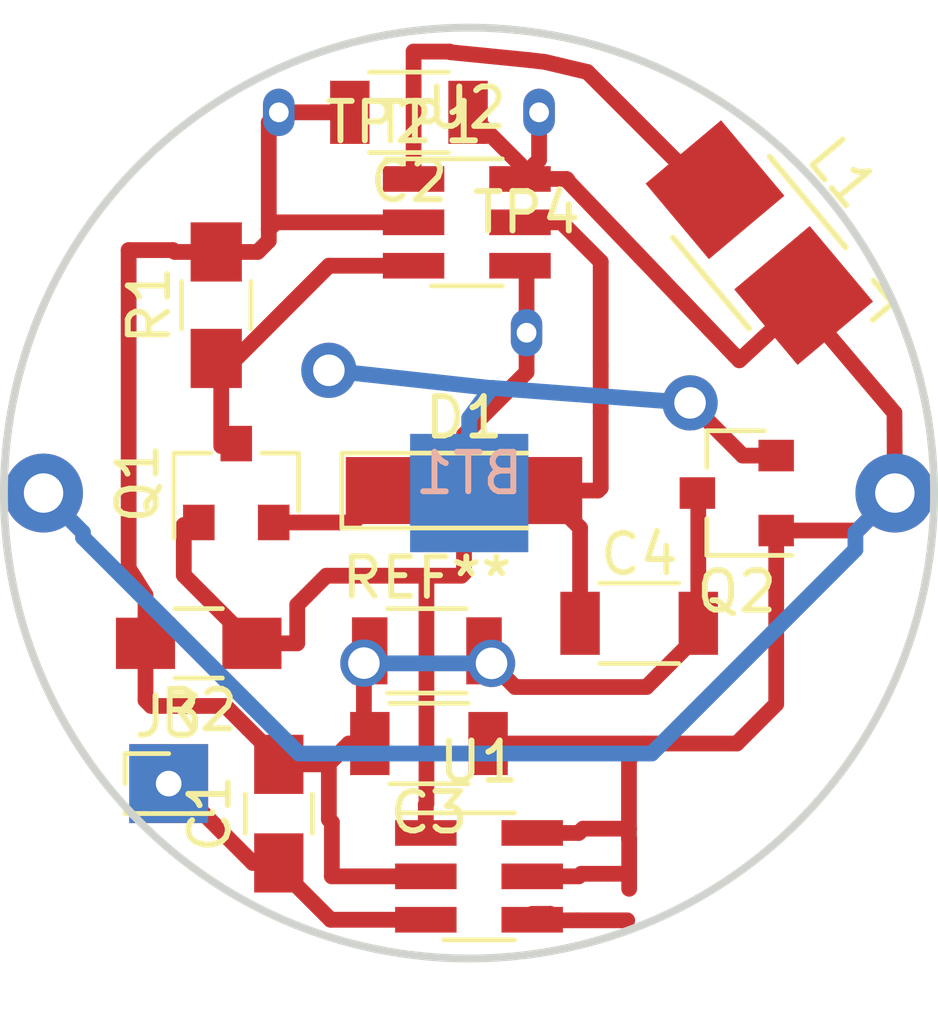
<source format=kicad_pcb>
(kicad_pcb (version 20171130) (host pcbnew "(5.0.0-rc2-39-ga12b9db58)")

  (general
    (thickness 1.6)
    (drawings 1)
    (tracks 139)
    (zones 0)
    (modules 18)
    (nets 11)
  )

  (page A4)
  (layers
    (0 F.Cu signal)
    (31 B.Cu signal)
    (32 B.Adhes user)
    (33 F.Adhes user)
    (34 B.Paste user)
    (35 F.Paste user)
    (36 B.SilkS user)
    (37 F.SilkS user)
    (38 B.Mask user)
    (39 F.Mask user)
    (40 Dwgs.User user)
    (41 Cmts.User user)
    (42 Eco1.User user)
    (43 Eco2.User user)
    (44 Edge.Cuts user)
    (45 Margin user)
    (46 B.CrtYd user)
    (47 F.CrtYd user)
    (48 B.Fab user)
    (49 F.Fab user)
  )

  (setup
    (last_trace_width 0.4)
    (trace_clearance 0.4)
    (zone_clearance 0.508)
    (zone_45_only no)
    (trace_min 0.4)
    (segment_width 0.2)
    (edge_width 0.2)
    (via_size 1.2)
    (via_drill 0.8)
    (via_min_size 0.4)
    (via_min_drill 0.3)
    (uvia_size 0.3)
    (uvia_drill 0.1)
    (uvias_allowed no)
    (uvia_min_size 0.2)
    (uvia_min_drill 0.1)
    (pcb_text_width 0.3)
    (pcb_text_size 1.5 1.5)
    (mod_edge_width 0.15)
    (mod_text_size 1 1)
    (mod_text_width 0.15)
    (pad_size 3 3)
    (pad_drill 0)
    (pad_to_mask_clearance 0.2)
    (aux_axis_origin 0 0)
    (visible_elements FFFFFF7F)
    (pcbplotparams
      (layerselection 0x01000_7fffffff)
      (usegerberextensions false)
      (usegerberattributes false)
      (usegerberadvancedattributes false)
      (creategerberjobfile false)
      (excludeedgelayer true)
      (linewidth 0.100000)
      (plotframeref false)
      (viasonmask false)
      (mode 1)
      (useauxorigin false)
      (hpglpennumber 1)
      (hpglpenspeed 20)
      (hpglpendiameter 15.000000)
      (psnegative false)
      (psa4output false)
      (plotreference true)
      (plotvalue true)
      (plotinvisibletext false)
      (padsonsilk false)
      (subtractmaskfromsilk false)
      (outputformat 5)
      (mirror false)
      (drillshape 1)
      (scaleselection 1)
      (outputdirectory ./out))
  )

  (net 0 "")
  (net 1 GND)
  (net 2 "Net-(U1-Pad4)")
  (net 3 VDD)
  (net 4 /sensor)
  (net 5 /LED+)
  (net 6 /LED-)
  (net 7 touchon)
  (net 8 "Net-(L1-Pad2)")
  (net 9 "Net-(Q1-Pad3)")
  (net 10 "Net-(BT1-Pad2)")

  (net_class Default "This is the default net class."
    (clearance 0.4)
    (trace_width 0.4)
    (via_dia 1.2)
    (via_drill 0.8)
    (uvia_dia 0.3)
    (uvia_drill 0.1)
    (diff_pair_gap 0.25)
    (diff_pair_width 0.5)
    (add_net /LED+)
    (add_net /LED-)
    (add_net /sensor)
    (add_net GND)
    (add_net "Net-(BT1-Pad2)")
    (add_net "Net-(L1-Pad2)")
    (add_net "Net-(Q1-Pad3)")
    (add_net "Net-(U1-Pad4)")
    (add_net VDD)
    (add_net touchon)
  )

  (module TO_SOT_Packages_SMD:SOT-23 (layer F.Cu) (tedit 58CE4E7E) (tstamp 5B5FC50E)
    (at -5.9055 -0.254 90)
    (descr "SOT-23, Standard")
    (tags SOT-23)
    (path /5B5F9569)
    (attr smd)
    (fp_text reference Q1 (at 0 -2.5 90) (layer F.SilkS)
      (effects (font (size 1 1) (thickness 0.15)))
    )
    (fp_text value Q_NMOS_GSD (at 0 2.5 90) (layer F.Fab)
      (effects (font (size 1 1) (thickness 0.15)))
    )
    (fp_text user %R (at 0 0 180) (layer F.Fab)
      (effects (font (size 0.5 0.5) (thickness 0.075)))
    )
    (fp_line (start -0.7 -0.95) (end -0.7 1.5) (layer F.Fab) (width 0.1))
    (fp_line (start -0.15 -1.52) (end 0.7 -1.52) (layer F.Fab) (width 0.1))
    (fp_line (start -0.7 -0.95) (end -0.15 -1.52) (layer F.Fab) (width 0.1))
    (fp_line (start 0.7 -1.52) (end 0.7 1.52) (layer F.Fab) (width 0.1))
    (fp_line (start -0.7 1.52) (end 0.7 1.52) (layer F.Fab) (width 0.1))
    (fp_line (start 0.76 1.58) (end 0.76 0.65) (layer F.SilkS) (width 0.12))
    (fp_line (start 0.76 -1.58) (end 0.76 -0.65) (layer F.SilkS) (width 0.12))
    (fp_line (start -1.7 -1.75) (end 1.7 -1.75) (layer F.CrtYd) (width 0.05))
    (fp_line (start 1.7 -1.75) (end 1.7 1.75) (layer F.CrtYd) (width 0.05))
    (fp_line (start 1.7 1.75) (end -1.7 1.75) (layer F.CrtYd) (width 0.05))
    (fp_line (start -1.7 1.75) (end -1.7 -1.75) (layer F.CrtYd) (width 0.05))
    (fp_line (start 0.76 -1.58) (end -1.4 -1.58) (layer F.SilkS) (width 0.12))
    (fp_line (start 0.76 1.58) (end -0.7 1.58) (layer F.SilkS) (width 0.12))
    (pad 1 smd rect (at -1 -0.95 90) (size 0.9 0.8) (layers F.Cu F.Paste F.Mask)
      (net 7 touchon))
    (pad 2 smd rect (at -1 0.95 90) (size 0.9 0.8) (layers F.Cu F.Paste F.Mask)
      (net 6 /LED-))
    (pad 3 smd rect (at 1 0 90) (size 0.9 0.8) (layers F.Cu F.Paste F.Mask)
      (net 9 "Net-(Q1-Pad3)"))
    (model ${KISYS3DMOD}/TO_SOT_Packages_SMD.3dshapes/SOT-23.wrl
      (at (xyz 0 0 0))
      (scale (xyz 1 1 1))
      (rotate (xyz 0 0 0))
    )
  )

  (module touchled:BK-913 (layer B.Cu) (tedit 5B3E9133) (tstamp 5B5782A1)
    (at 0.005 0)
    (path /5B13A4CA)
    (fp_text reference BT1 (at 0 -0.5) (layer B.SilkS)
      (effects (font (size 1 1) (thickness 0.15)) (justify mirror))
    )
    (fp_text value CR2032 (at 0 0.5) (layer B.Fab)
      (effects (font (size 1 1) (thickness 0.15)) (justify mirror))
    )
    (fp_circle (center 0 0) (end 10 0) (layer B.CrtYd) (width 0.15))
    (fp_line (start -10.8 0.2) (end 10.7 0.2) (layer B.Fab) (width 0.15))
    (fp_line (start 10.7 1.2) (end 10.7 -0.8) (layer B.Fab) (width 0.15))
    (fp_line (start 10.6 -0.2) (end -10.9 -0.2) (layer B.Fab) (width 0.15))
    (fp_line (start -10.8 -0.7) (end -10.8 0.6) (layer B.Fab) (width 0.15))
    (pad 1 thru_hole circle (at 10.8 0) (size 2 2) (drill 1) (layers *.Cu *.Mask)
      (net 3 VDD))
    (pad 1 thru_hole circle (at -10.8 0) (size 2 2) (drill 1) (layers *.Cu *.Mask)
      (net 3 VDD))
    (pad 2 smd rect (at 0 0) (size 3 3) (layers B.Cu B.Paste B.Mask)
      (net 10 "Net-(BT1-Pad2)"))
    (model /home/jon/Downloads/BK-913.STEP
      (at (xyz 0 0 0))
      (scale (xyz 1 1 1))
      (rotate (xyz -90 0 0))
    )
  )

  (module touchuc:progpin (layer F.Cu) (tedit 5B214318) (tstamp 5B70AD9D)
    (at 1.778 -9.652 180)
    (descr "module 1 pin (ou trou mecanique de percage)")
    (tags DEV)
    (path /5B3FE27F)
    (fp_text reference TP1 (at 2.794 -0.254 180) (layer F.SilkS)
      (effects (font (size 1 1) (thickness 0.15)))
    )
    (fp_text value VDD (at -2.54 -0.0635 180) (layer F.Fab)
      (effects (font (size 1 1) (thickness 0.15)))
    )
    (fp_circle (center 0 0) (end 0.6 0.1) (layer F.CrtYd) (width 0.05))
    (fp_circle (center 0 0) (end 0.6 0.1) (layer F.Fab) (width 0.1))
    (pad 1 thru_hole oval (at 0 0 180) (size 0.8 1.2) (drill 0.5) (layers *.Cu *.Mask)
      (net 3 VDD))
  )

  (module touchuc:progpin (layer F.Cu) (tedit 5B214318) (tstamp 5B684898)
    (at -4.826 -9.652 180)
    (descr "module 1 pin (ou trou mecanique de percage)")
    (tags DEV)
    (path /5B400D69)
    (fp_text reference TP2 (at -2.54 -0.254 180) (layer F.SilkS)
      (effects (font (size 1 1) (thickness 0.15)))
    )
    (fp_text value GND (at 1.905 -1.397 180) (layer F.Fab)
      (effects (font (size 1 1) (thickness 0.15)))
    )
    (fp_circle (center 0 0) (end 0.6 0.1) (layer F.Fab) (width 0.1))
    (fp_circle (center 0 0) (end 0.6 0.1) (layer F.CrtYd) (width 0.05))
    (pad 1 thru_hole oval (at 0 0 180) (size 0.8 1.2) (drill 0.5) (layers *.Cu *.Mask)
      (net 1 GND))
  )

  (module Pin_Headers:Pin_Header_Straight_1x01_Pitch1.27mm (layer F.Cu) (tedit 5B1D2671) (tstamp 5B5788F3)
    (at -7.62 7.366)
    (descr "Through hole straight pin header, 1x01, 1.27mm pitch, single row")
    (tags "Through hole pin header THT 1x01 1.27mm single row")
    (path /5B12E8EB)
    (fp_text reference J3 (at 0 -1.695) (layer F.SilkS)
      (effects (font (size 1 1) (thickness 0.15)))
    )
    (fp_text value SENSE (at 0 1.695) (layer F.Fab)
      (effects (font (size 1 1) (thickness 0.15)))
    )
    (fp_text user %R (at 0 0 90) (layer F.Fab)
      (effects (font (size 1 1) (thickness 0.15)))
    )
    (fp_line (start 1.55 -1.15) (end -1.55 -1.15) (layer F.CrtYd) (width 0.05))
    (fp_line (start 1.55 1.15) (end 1.55 -1.15) (layer F.CrtYd) (width 0.05))
    (fp_line (start -1.55 1.15) (end 1.55 1.15) (layer F.CrtYd) (width 0.05))
    (fp_line (start -1.55 -1.15) (end -1.55 1.15) (layer F.CrtYd) (width 0.05))
    (fp_line (start -1.11 -0.76) (end 0 -0.76) (layer F.SilkS) (width 0.12))
    (fp_line (start -1.11 0) (end -1.11 -0.76) (layer F.SilkS) (width 0.12))
    (fp_line (start 0.563471 0.76) (end 1.11 0.76) (layer F.SilkS) (width 0.12))
    (fp_line (start -1.11 0.76) (end -0.563471 0.76) (layer F.SilkS) (width 0.12))
    (fp_line (start 1.11 0.76) (end 1.11 0.695) (layer F.SilkS) (width 0.12))
    (fp_line (start -1.11 0.76) (end -1.11 0.695) (layer F.SilkS) (width 0.12))
    (fp_line (start -1.11 0.76) (end 1.11 0.76) (layer F.SilkS) (width 0.12))
    (fp_line (start -1.05 -0.11) (end -0.525 -0.635) (layer F.Fab) (width 0.1))
    (fp_line (start -1.05 0.635) (end -1.05 -0.11) (layer F.Fab) (width 0.1))
    (fp_line (start 1.05 0.635) (end -1.05 0.635) (layer F.Fab) (width 0.1))
    (fp_line (start 1.05 -0.635) (end 1.05 0.635) (layer F.Fab) (width 0.1))
    (fp_line (start -0.525 -0.635) (end 1.05 -0.635) (layer F.Fab) (width 0.1))
    (pad 1 thru_hole rect (at 0 0) (size 2 2) (drill 0.65) (layers *.Cu *.Mask)
      (net 4 /sensor))
    (model ${KISYS3DMOD}/Pin_Headers.3dshapes/Pin_Header_Straight_1x01_Pitch1.27mm.wrl
      (at (xyz 0 0 0))
      (scale (xyz 1 1 1))
      (rotate (xyz 0 0 0))
    )
  )

  (module Capacitors_SMD:C_0805_HandSoldering (layer F.Cu) (tedit 58AA84A8) (tstamp 5B57886A)
    (at -4.826 8.128 90)
    (descr "Capacitor SMD 0805, hand soldering")
    (tags "capacitor 0805")
    (path /5B1039DE)
    (attr smd)
    (fp_text reference C1 (at 0 -1.75 90) (layer F.SilkS)
      (effects (font (size 1 1) (thickness 0.15)))
    )
    (fp_text value 47pF (at 0 1.75 90) (layer F.Fab)
      (effects (font (size 1 1) (thickness 0.15)))
    )
    (fp_line (start 2.25 0.87) (end -2.25 0.87) (layer F.CrtYd) (width 0.05))
    (fp_line (start 2.25 0.87) (end 2.25 -0.88) (layer F.CrtYd) (width 0.05))
    (fp_line (start -2.25 -0.88) (end -2.25 0.87) (layer F.CrtYd) (width 0.05))
    (fp_line (start -2.25 -0.88) (end 2.25 -0.88) (layer F.CrtYd) (width 0.05))
    (fp_line (start -0.5 0.85) (end 0.5 0.85) (layer F.SilkS) (width 0.12))
    (fp_line (start 0.5 -0.85) (end -0.5 -0.85) (layer F.SilkS) (width 0.12))
    (fp_line (start -1 -0.62) (end 1 -0.62) (layer F.Fab) (width 0.1))
    (fp_line (start 1 -0.62) (end 1 0.62) (layer F.Fab) (width 0.1))
    (fp_line (start 1 0.62) (end -1 0.62) (layer F.Fab) (width 0.1))
    (fp_line (start -1 0.62) (end -1 -0.62) (layer F.Fab) (width 0.1))
    (fp_text user %R (at 0 -1.75 90) (layer F.Fab)
      (effects (font (size 1 1) (thickness 0.15)))
    )
    (pad 2 smd rect (at 1.25 0 90) (size 1.5 1.25) (layers F.Cu F.Paste F.Mask)
      (net 1 GND))
    (pad 1 smd rect (at -1.25 0 90) (size 1.5 1.25) (layers F.Cu F.Paste F.Mask)
      (net 4 /sensor))
    (model Capacitors_SMD.3dshapes/C_0805.wrl
      (at (xyz 0 0 0))
      (scale (xyz 1 1 1))
      (rotate (xyz 0 0 0))
    )
  )

  (module Resistors_SMD:R_0805_HandSoldering (layer F.Cu) (tedit 58E0A804) (tstamp 5B6848F9)
    (at -6.4135 -4.7625 90)
    (descr "Resistor SMD 0805, hand soldering")
    (tags "resistor 0805")
    (path /5B3E3C95)
    (attr smd)
    (fp_text reference R1 (at 0 -1.7 90) (layer F.SilkS)
      (effects (font (size 1 1) (thickness 0.15)))
    )
    (fp_text value 12R (at 0 1.75 90) (layer F.Fab)
      (effects (font (size 1 1) (thickness 0.15)))
    )
    (fp_text user %R (at 0 0 90) (layer F.Fab)
      (effects (font (size 0.5 0.5) (thickness 0.075)))
    )
    (fp_line (start -1 0.62) (end -1 -0.62) (layer F.Fab) (width 0.1))
    (fp_line (start 1 0.62) (end -1 0.62) (layer F.Fab) (width 0.1))
    (fp_line (start 1 -0.62) (end 1 0.62) (layer F.Fab) (width 0.1))
    (fp_line (start -1 -0.62) (end 1 -0.62) (layer F.Fab) (width 0.1))
    (fp_line (start 0.6 0.88) (end -0.6 0.88) (layer F.SilkS) (width 0.12))
    (fp_line (start -0.6 -0.88) (end 0.6 -0.88) (layer F.SilkS) (width 0.12))
    (fp_line (start -2.35 -0.9) (end 2.35 -0.9) (layer F.CrtYd) (width 0.05))
    (fp_line (start -2.35 -0.9) (end -2.35 0.9) (layer F.CrtYd) (width 0.05))
    (fp_line (start 2.35 0.9) (end 2.35 -0.9) (layer F.CrtYd) (width 0.05))
    (fp_line (start 2.35 0.9) (end -2.35 0.9) (layer F.CrtYd) (width 0.05))
    (pad 1 smd rect (at -1.35 0 90) (size 1.5 1.3) (layers F.Cu F.Paste F.Mask)
      (net 9 "Net-(Q1-Pad3)"))
    (pad 2 smd rect (at 1.35 0 90) (size 1.5 1.3) (layers F.Cu F.Paste F.Mask)
      (net 1 GND))
    (model ${KISYS3DMOD}/Resistors_SMD.3dshapes/R_0805.wrl
      (at (xyz 0 0 0))
      (scale (xyz 1 1 1))
      (rotate (xyz 0 0 0))
    )
  )

  (module touchled:SOT-223-6-extraspace (layer F.Cu) (tedit 5B13DB9C) (tstamp 5B5FC7F7)
    (at 0.254 9.718)
    (descr "6-pin SOT-23 package, Handsoldering")
    (tags "SOT-23-6 Handsoldering")
    (path /5B1035E1)
    (attr smd)
    (fp_text reference U1 (at 0 -2.9) (layer F.SilkS)
      (effects (font (size 1 1) (thickness 0.15)))
    )
    (fp_text value TPP223-BA6 (at 0 2.9) (layer F.Fab)
      (effects (font (size 1 1) (thickness 0.15)))
    )
    (fp_line (start 0.9 -1.55) (end 0.9 1.55) (layer F.Fab) (width 0.1))
    (fp_line (start 0.9 1.55) (end -0.9 1.55) (layer F.Fab) (width 0.1))
    (fp_line (start -0.9 -0.9) (end -0.9 1.55) (layer F.Fab) (width 0.1))
    (fp_line (start 0.9 -1.55) (end -0.25 -1.55) (layer F.Fab) (width 0.1))
    (fp_line (start -0.9 -0.9) (end -0.25 -1.55) (layer F.Fab) (width 0.1))
    (fp_line (start -2.4 -1.8) (end 2.4 -1.8) (layer F.CrtYd) (width 0.05))
    (fp_line (start 2.4 -1.8) (end 2.4 1.8) (layer F.CrtYd) (width 0.05))
    (fp_line (start 2.4 1.8) (end -2.4 1.8) (layer F.CrtYd) (width 0.05))
    (fp_line (start -2.4 1.8) (end -2.4 -1.8) (layer F.CrtYd) (width 0.05))
    (fp_line (start 0.9 -1.61) (end -2.05 -1.61) (layer F.SilkS) (width 0.12))
    (fp_line (start -0.9 1.61) (end 0.9 1.61) (layer F.SilkS) (width 0.12))
    (fp_text user %R (at 0 0 90) (layer F.Fab)
      (effects (font (size 0.5 0.5) (thickness 0.075)))
    )
    (pad 5 smd rect (at 1.35 0) (size 1.56 0.65) (layers F.Cu F.Paste F.Mask)
      (net 3 VDD))
    (pad 6 smd rect (at 1.35 -1.1) (size 1.56 0.65) (layers F.Cu F.Paste F.Mask)
      (net 3 VDD))
    (pad 4 smd rect (at 1.35 1.1) (size 1.56 0.65) (layers F.Cu F.Paste F.Mask)
      (net 2 "Net-(U1-Pad4)"))
    (pad 3 smd rect (at -1.35 1.1) (size 1.56 0.65) (layers F.Cu F.Paste F.Mask)
      (net 4 /sensor))
    (pad 2 smd rect (at -1.35 0) (size 1.56 0.65) (layers F.Cu F.Paste F.Mask)
      (net 1 GND))
    (pad 1 smd rect (at -1.35 -1.1) (size 1.56 0.65) (layers F.Cu F.Paste F.Mask)
      (net 7 touchon))
    (model ${KISYS3DMOD}/TO_SOT_Packages_SMD.3dshapes/SOT-23-6.wrl
      (at (xyz 0 0 0))
      (scale (xyz 1 1 1))
      (rotate (xyz 0 0 0))
    )
  )

  (module touchled:SOT-223-6-extraspace (layer F.Cu) (tedit 5B13DB9C) (tstamp 5B70ADBE)
    (at -0.056184 -6.863181)
    (descr "6-pin SOT-23 package, Handsoldering")
    (tags "SOT-23-6 Handsoldering")
    (path /5B3E3AAA)
    (attr smd)
    (fp_text reference U2 (at 0 -2.9) (layer F.SilkS)
      (effects (font (size 1 1) (thickness 0.15)))
    )
    (fp_text value AP3019A (at 0.945184 2.799181) (layer F.Fab)
      (effects (font (size 1 1) (thickness 0.15)))
    )
    (fp_text user %R (at 0 0 90) (layer F.Fab)
      (effects (font (size 0.5 0.5) (thickness 0.075)))
    )
    (fp_line (start -0.9 1.61) (end 0.9 1.61) (layer F.SilkS) (width 0.12))
    (fp_line (start 0.9 -1.61) (end -2.05 -1.61) (layer F.SilkS) (width 0.12))
    (fp_line (start -2.4 1.8) (end -2.4 -1.8) (layer F.CrtYd) (width 0.05))
    (fp_line (start 2.4 1.8) (end -2.4 1.8) (layer F.CrtYd) (width 0.05))
    (fp_line (start 2.4 -1.8) (end 2.4 1.8) (layer F.CrtYd) (width 0.05))
    (fp_line (start -2.4 -1.8) (end 2.4 -1.8) (layer F.CrtYd) (width 0.05))
    (fp_line (start -0.9 -0.9) (end -0.25 -1.55) (layer F.Fab) (width 0.1))
    (fp_line (start 0.9 -1.55) (end -0.25 -1.55) (layer F.Fab) (width 0.1))
    (fp_line (start -0.9 -0.9) (end -0.9 1.55) (layer F.Fab) (width 0.1))
    (fp_line (start 0.9 1.55) (end -0.9 1.55) (layer F.Fab) (width 0.1))
    (fp_line (start 0.9 -1.55) (end 0.9 1.55) (layer F.Fab) (width 0.1))
    (pad 1 smd rect (at -1.35 -1.1) (size 1.56 0.65) (layers F.Cu F.Paste F.Mask)
      (net 8 "Net-(L1-Pad2)"))
    (pad 2 smd rect (at -1.35 0) (size 1.56 0.65) (layers F.Cu F.Paste F.Mask)
      (net 1 GND))
    (pad 3 smd rect (at -1.35 1.1) (size 1.56 0.65) (layers F.Cu F.Paste F.Mask)
      (net 9 "Net-(Q1-Pad3)"))
    (pad 4 smd rect (at 1.35 1.1) (size 1.56 0.65) (layers F.Cu F.Paste F.Mask)
      (net 7 touchon))
    (pad 6 smd rect (at 1.35 -1.1) (size 1.56 0.65) (layers F.Cu F.Paste F.Mask)
      (net 3 VDD))
    (pad 5 smd rect (at 1.35 0) (size 1.56 0.65) (layers F.Cu F.Paste F.Mask)
      (net 5 /LED+))
    (model ${KISYS3DMOD}/TO_SOT_Packages_SMD.3dshapes/SOT-23-6.wrl
      (at (xyz 0 0 0))
      (scale (xyz 1 1 1))
      (rotate (xyz 0 0 0))
    )
  )

  (module touchuc:progpin (layer F.Cu) (tedit 5B214318) (tstamp 5B5FC86C)
    (at 1.4605 -4.064)
    (descr "module 1 pin (ou trou mecanique de percage)")
    (tags DEV)
    (path /5B406B15)
    (fp_text reference TP4 (at 0 -3.048) (layer F.SilkS)
      (effects (font (size 1 1) (thickness 0.15)))
    )
    (fp_text value ON (at 1.3335 -0.9525) (layer F.Fab)
      (effects (font (size 1 1) (thickness 0.15)))
    )
    (fp_circle (center 0 0) (end 0.6 0.1) (layer F.CrtYd) (width 0.05))
    (fp_circle (center 0 0) (end 0.6 0.1) (layer F.Fab) (width 0.1))
    (pad 1 thru_hole oval (at 0 0) (size 0.8 1.2) (drill 0.5) (layers *.Cu *.Mask)
      (net 7 touchon))
  )

  (module Capacitors_SMD:C_1206 (layer F.Cu) (tedit 58AA84B8) (tstamp 5B70ACA1)
    (at -1.524 -9.652 180)
    (descr "Capacitor SMD 1206, reflow soldering, AVX (see smccp.pdf)")
    (tags "capacitor 1206")
    (path /5B3E150B)
    (attr smd)
    (fp_text reference C2 (at 0 -1.75 180) (layer F.SilkS)
      (effects (font (size 1 1) (thickness 0.15)))
    )
    (fp_text value 1uF (at 0 2 180) (layer F.Fab)
      (effects (font (size 1 1) (thickness 0.15)))
    )
    (fp_text user %R (at 0 -1.75 180) (layer F.Fab)
      (effects (font (size 1 1) (thickness 0.15)))
    )
    (fp_line (start -1.6 0.8) (end -1.6 -0.8) (layer F.Fab) (width 0.1))
    (fp_line (start 1.6 0.8) (end -1.6 0.8) (layer F.Fab) (width 0.1))
    (fp_line (start 1.6 -0.8) (end 1.6 0.8) (layer F.Fab) (width 0.1))
    (fp_line (start -1.6 -0.8) (end 1.6 -0.8) (layer F.Fab) (width 0.1))
    (fp_line (start 1 -1.02) (end -1 -1.02) (layer F.SilkS) (width 0.12))
    (fp_line (start -1 1.02) (end 1 1.02) (layer F.SilkS) (width 0.12))
    (fp_line (start -2.25 -1.05) (end 2.25 -1.05) (layer F.CrtYd) (width 0.05))
    (fp_line (start -2.25 -1.05) (end -2.25 1.05) (layer F.CrtYd) (width 0.05))
    (fp_line (start 2.25 1.05) (end 2.25 -1.05) (layer F.CrtYd) (width 0.05))
    (fp_line (start 2.25 1.05) (end -2.25 1.05) (layer F.CrtYd) (width 0.05))
    (pad 1 smd rect (at -1.5 0 180) (size 1 1.6) (layers F.Cu F.Paste F.Mask)
      (net 3 VDD))
    (pad 2 smd rect (at 1.5 0 180) (size 1 1.6) (layers F.Cu F.Paste F.Mask)
      (net 1 GND))
    (model Capacitors_SMD.3dshapes/C_1206.wrl
      (at (xyz 0 0 0))
      (scale (xyz 1 1 1))
      (rotate (xyz 0 0 0))
    )
  )

  (module Capacitors_SMD:C_1206 (layer F.Cu) (tedit 58AA84B8) (tstamp 5B70ACB1)
    (at -1.016 6.35 180)
    (descr "Capacitor SMD 1206, reflow soldering, AVX (see smccp.pdf)")
    (tags "capacitor 1206")
    (path /5B3EE104)
    (attr smd)
    (fp_text reference C3 (at 0 -1.75 180) (layer F.SilkS)
      (effects (font (size 1 1) (thickness 0.15)))
    )
    (fp_text value 1uF (at 0 2 180) (layer F.Fab)
      (effects (font (size 1 1) (thickness 0.15)))
    )
    (fp_text user %R (at 0 -1.75 180) (layer F.Fab)
      (effects (font (size 1 1) (thickness 0.15)))
    )
    (fp_line (start -1.6 0.8) (end -1.6 -0.8) (layer F.Fab) (width 0.1))
    (fp_line (start 1.6 0.8) (end -1.6 0.8) (layer F.Fab) (width 0.1))
    (fp_line (start 1.6 -0.8) (end 1.6 0.8) (layer F.Fab) (width 0.1))
    (fp_line (start -1.6 -0.8) (end 1.6 -0.8) (layer F.Fab) (width 0.1))
    (fp_line (start 1 -1.02) (end -1 -1.02) (layer F.SilkS) (width 0.12))
    (fp_line (start -1 1.02) (end 1 1.02) (layer F.SilkS) (width 0.12))
    (fp_line (start -2.25 -1.05) (end 2.25 -1.05) (layer F.CrtYd) (width 0.05))
    (fp_line (start -2.25 -1.05) (end -2.25 1.05) (layer F.CrtYd) (width 0.05))
    (fp_line (start 2.25 1.05) (end 2.25 -1.05) (layer F.CrtYd) (width 0.05))
    (fp_line (start 2.25 1.05) (end -2.25 1.05) (layer F.CrtYd) (width 0.05))
    (pad 1 smd rect (at -1.5 0 180) (size 1 1.6) (layers F.Cu F.Paste F.Mask)
      (net 3 VDD))
    (pad 2 smd rect (at 1.5 0 180) (size 1 1.6) (layers F.Cu F.Paste F.Mask)
      (net 1 GND))
    (model Capacitors_SMD.3dshapes/C_1206.wrl
      (at (xyz 0 0 0))
      (scale (xyz 1 1 1))
      (rotate (xyz 0 0 0))
    )
  )

  (module Capacitors_SMD:C_1206 (layer F.Cu) (tedit 58AA84B8) (tstamp 5B70ACC1)
    (at 4.318 3.302)
    (descr "Capacitor SMD 1206, reflow soldering, AVX (see smccp.pdf)")
    (tags "capacitor 1206")
    (path /5B3E6D65)
    (attr smd)
    (fp_text reference C4 (at 0 -1.75) (layer F.SilkS)
      (effects (font (size 1 1) (thickness 0.15)))
    )
    (fp_text value 1uF (at 0 2) (layer F.Fab)
      (effects (font (size 1 1) (thickness 0.15)))
    )
    (fp_line (start 2.25 1.05) (end -2.25 1.05) (layer F.CrtYd) (width 0.05))
    (fp_line (start 2.25 1.05) (end 2.25 -1.05) (layer F.CrtYd) (width 0.05))
    (fp_line (start -2.25 -1.05) (end -2.25 1.05) (layer F.CrtYd) (width 0.05))
    (fp_line (start -2.25 -1.05) (end 2.25 -1.05) (layer F.CrtYd) (width 0.05))
    (fp_line (start -1 1.02) (end 1 1.02) (layer F.SilkS) (width 0.12))
    (fp_line (start 1 -1.02) (end -1 -1.02) (layer F.SilkS) (width 0.12))
    (fp_line (start -1.6 -0.8) (end 1.6 -0.8) (layer F.Fab) (width 0.1))
    (fp_line (start 1.6 -0.8) (end 1.6 0.8) (layer F.Fab) (width 0.1))
    (fp_line (start 1.6 0.8) (end -1.6 0.8) (layer F.Fab) (width 0.1))
    (fp_line (start -1.6 0.8) (end -1.6 -0.8) (layer F.Fab) (width 0.1))
    (fp_text user %R (at 0 -1.75) (layer F.Fab)
      (effects (font (size 1 1) (thickness 0.15)))
    )
    (pad 2 smd rect (at 1.5 0) (size 1 1.6) (layers F.Cu F.Paste F.Mask)
      (net 1 GND))
    (pad 1 smd rect (at -1.5 0) (size 1 1.6) (layers F.Cu F.Paste F.Mask)
      (net 5 /LED+))
    (model Capacitors_SMD.3dshapes/C_1206.wrl
      (at (xyz 0 0 0))
      (scale (xyz 1 1 1))
      (rotate (xyz 0 0 0))
    )
  )

  (module Resistors_SMD:R_0805_HandSoldering (layer F.Cu) (tedit 58E0A804) (tstamp 5B7952C8)
    (at -6.858 3.81 180)
    (descr "Resistor SMD 0805, hand soldering")
    (tags "resistor 0805")
    (path /5B410C87)
    (attr smd)
    (fp_text reference R2 (at 0 -1.7 180) (layer F.SilkS)
      (effects (font (size 1 1) (thickness 0.15)))
    )
    (fp_text value 100k (at 0 1.75 180) (layer F.Fab)
      (effects (font (size 1 1) (thickness 0.15)))
    )
    (fp_text user %R (at 0 0 180) (layer F.Fab)
      (effects (font (size 0.5 0.5) (thickness 0.075)))
    )
    (fp_line (start -1 0.62) (end -1 -0.62) (layer F.Fab) (width 0.1))
    (fp_line (start 1 0.62) (end -1 0.62) (layer F.Fab) (width 0.1))
    (fp_line (start 1 -0.62) (end 1 0.62) (layer F.Fab) (width 0.1))
    (fp_line (start -1 -0.62) (end 1 -0.62) (layer F.Fab) (width 0.1))
    (fp_line (start 0.6 0.88) (end -0.6 0.88) (layer F.SilkS) (width 0.12))
    (fp_line (start -0.6 -0.88) (end 0.6 -0.88) (layer F.SilkS) (width 0.12))
    (fp_line (start -2.35 -0.9) (end 2.35 -0.9) (layer F.CrtYd) (width 0.05))
    (fp_line (start -2.35 -0.9) (end -2.35 0.9) (layer F.CrtYd) (width 0.05))
    (fp_line (start 2.35 0.9) (end 2.35 -0.9) (layer F.CrtYd) (width 0.05))
    (fp_line (start 2.35 0.9) (end -2.35 0.9) (layer F.CrtYd) (width 0.05))
    (pad 1 smd rect (at -1.35 0 180) (size 1.5 1.3) (layers F.Cu F.Paste F.Mask)
      (net 7 touchon))
    (pad 2 smd rect (at 1.35 0 180) (size 1.5 1.3) (layers F.Cu F.Paste F.Mask)
      (net 1 GND))
    (model ${KISYS3DMOD}/Resistors_SMD.3dshapes/R_0805.wrl
      (at (xyz 0 0 0))
      (scale (xyz 1 1 1))
      (rotate (xyz 0 0 0))
    )
  )

  (module LEDs:LED_1206_HandSoldering (layer F.Cu) (tedit 595FC724) (tstamp 5B5FC22B)
    (at -0.127 -0.0635)
    (descr "LED SMD 1206, hand soldering")
    (tags "LED 1206")
    (path /5B5F6A35)
    (attr smd)
    (fp_text reference D1 (at 0 -1.85) (layer F.SilkS)
      (effects (font (size 1 1) (thickness 0.15)))
    )
    (fp_text value LED (at 0 1.9) (layer F.Fab)
      (effects (font (size 1 1) (thickness 0.15)))
    )
    (fp_line (start -3.1 -0.95) (end -3.1 0.95) (layer F.SilkS) (width 0.12))
    (fp_line (start -0.4 0) (end 0.2 -0.4) (layer F.Fab) (width 0.1))
    (fp_line (start 0.2 -0.4) (end 0.2 0.4) (layer F.Fab) (width 0.1))
    (fp_line (start 0.2 0.4) (end -0.4 0) (layer F.Fab) (width 0.1))
    (fp_line (start -0.45 -0.4) (end -0.45 0.4) (layer F.Fab) (width 0.1))
    (fp_line (start -1.6 0.8) (end -1.6 -0.8) (layer F.Fab) (width 0.1))
    (fp_line (start 1.6 0.8) (end -1.6 0.8) (layer F.Fab) (width 0.1))
    (fp_line (start 1.6 -0.8) (end 1.6 0.8) (layer F.Fab) (width 0.1))
    (fp_line (start -1.6 -0.8) (end 1.6 -0.8) (layer F.Fab) (width 0.1))
    (fp_line (start -3.1 0.95) (end 1.6 0.95) (layer F.SilkS) (width 0.12))
    (fp_line (start -3.1 -0.95) (end 1.6 -0.95) (layer F.SilkS) (width 0.12))
    (fp_line (start -3.25 -1.11) (end 3.25 -1.11) (layer F.CrtYd) (width 0.05))
    (fp_line (start -3.25 -1.11) (end -3.25 1.1) (layer F.CrtYd) (width 0.05))
    (fp_line (start 3.25 1.1) (end 3.25 -1.11) (layer F.CrtYd) (width 0.05))
    (fp_line (start 3.25 1.1) (end -3.25 1.1) (layer F.CrtYd) (width 0.05))
    (pad 1 smd rect (at -2 0) (size 2 1.7) (layers F.Cu F.Paste F.Mask)
      (net 6 /LED-))
    (pad 2 smd rect (at 2 0) (size 2 1.7) (layers F.Cu F.Paste F.Mask)
      (net 5 /LED+))
    (model ${KISYS3DMOD}/LEDs.3dshapes/LED_1206.wrl
      (at (xyz 0 0 0))
      (scale (xyz 1 1 1))
      (rotate (xyz 0 0 180))
    )
  )

  (module Inductors:Inductor_1212 (layer F.Cu) (tedit 5652586A) (tstamp 5B5FCAE7)
    (at 7.366 -6.35 130)
    (path /5B3EF485)
    (attr smd)
    (fp_text reference L1 (at 0 2.75 130) (layer F.SilkS)
      (effects (font (size 1 1) (thickness 0.15)))
    )
    (fp_text value L (at 0 -2.75 130) (layer F.Fab)
      (effects (font (size 1 1) (thickness 0.15)))
    )
    (fp_line (start -3.35 1.6) (end -3.35 0.95) (layer F.SilkS) (width 0.15))
    (fp_line (start -2.6 1.6) (end -3.35 1.6) (layer F.SilkS) (width 0.15))
    (fp_line (start -3.5 2.000001) (end -3.5 -2) (layer F.CrtYd) (width 0.05))
    (fp_line (start 3.5 2) (end -3.5 2.000001) (layer F.CrtYd) (width 0.05))
    (fp_line (start 3.5 -2.000001) (end 3.5 2) (layer F.CrtYd) (width 0.05))
    (fp_line (start -3.5 -2) (end 3.5 -2.000001) (layer F.CrtYd) (width 0.05))
    (fp_line (start 1.5 1.6) (end -1.5 1.600001) (layer F.SilkS) (width 0.15))
    (fp_line (start -1.5 -1.6) (end 1.5 -1.600001) (layer F.SilkS) (width 0.15))
    (pad 1 smd rect (at -1.75 0 130) (size 2.5 2.5) (layers F.Cu F.Paste F.Mask)
      (net 3 VDD))
    (pad 2 smd rect (at 1.75 0 130) (size 2.5 2.5) (layers F.Cu F.Paste F.Mask)
      (net 8 "Net-(L1-Pad2)"))
  )

  (module TO_SOT_Packages_SMD:SOT-23 (layer F.Cu) (tedit 58CE4E7E) (tstamp 5B5FD426)
    (at 6.7945 0 180)
    (descr "SOT-23, Standard")
    (tags SOT-23)
    (path /5B61B755)
    (attr smd)
    (fp_text reference Q2 (at 0 -2.5 180) (layer F.SilkS)
      (effects (font (size 1 1) (thickness 0.15)))
    )
    (fp_text value Q_NMOS_GSD (at 0 2.5 180) (layer F.Fab)
      (effects (font (size 1 1) (thickness 0.15)))
    )
    (fp_text user %R (at 0 0 270) (layer F.Fab)
      (effects (font (size 0.5 0.5) (thickness 0.075)))
    )
    (fp_line (start -0.7 -0.95) (end -0.7 1.5) (layer F.Fab) (width 0.1))
    (fp_line (start -0.15 -1.52) (end 0.7 -1.52) (layer F.Fab) (width 0.1))
    (fp_line (start -0.7 -0.95) (end -0.15 -1.52) (layer F.Fab) (width 0.1))
    (fp_line (start 0.7 -1.52) (end 0.7 1.52) (layer F.Fab) (width 0.1))
    (fp_line (start -0.7 1.52) (end 0.7 1.52) (layer F.Fab) (width 0.1))
    (fp_line (start 0.76 1.58) (end 0.76 0.65) (layer F.SilkS) (width 0.12))
    (fp_line (start 0.76 -1.58) (end 0.76 -0.65) (layer F.SilkS) (width 0.12))
    (fp_line (start -1.7 -1.75) (end 1.7 -1.75) (layer F.CrtYd) (width 0.05))
    (fp_line (start 1.7 -1.75) (end 1.7 1.75) (layer F.CrtYd) (width 0.05))
    (fp_line (start 1.7 1.75) (end -1.7 1.75) (layer F.CrtYd) (width 0.05))
    (fp_line (start -1.7 1.75) (end -1.7 -1.75) (layer F.CrtYd) (width 0.05))
    (fp_line (start 0.76 -1.58) (end -1.4 -1.58) (layer F.SilkS) (width 0.12))
    (fp_line (start 0.76 1.58) (end -0.7 1.58) (layer F.SilkS) (width 0.12))
    (pad 1 smd rect (at -1 -0.95 180) (size 0.9 0.8) (layers F.Cu F.Paste F.Mask)
      (net 3 VDD))
    (pad 2 smd rect (at -1 0.95 180) (size 0.9 0.8) (layers F.Cu F.Paste F.Mask)
      (net 10 "Net-(BT1-Pad2)"))
    (pad 3 smd rect (at 1 0 180) (size 0.9 0.8) (layers F.Cu F.Paste F.Mask)
      (net 1 GND))
    (model ${KISYS3DMOD}/TO_SOT_Packages_SMD.3dshapes/SOT-23.wrl
      (at (xyz 0 0 0))
      (scale (xyz 1 1 1))
      (rotate (xyz 0 0 0))
    )
  )

  (module Resistors_SMD:R_1206 (layer F.Cu) (tedit 58E0A804) (tstamp 5B6021BE)
    (at -1.069 4.0005)
    (descr "Resistor SMD 1206, reflow soldering, Vishay (see dcrcw.pdf)")
    (tags "resistor 1206")
    (attr smd)
    (fp_text reference REF** (at 0 -1.85) (layer F.SilkS)
      (effects (font (size 1 1) (thickness 0.15)))
    )
    (fp_text value R_1206 (at 0 1.95) (layer F.Fab)
      (effects (font (size 1 1) (thickness 0.15)))
    )
    (fp_line (start 2.15 1.1) (end -2.15 1.1) (layer F.CrtYd) (width 0.05))
    (fp_line (start 2.15 1.1) (end 2.15 -1.11) (layer F.CrtYd) (width 0.05))
    (fp_line (start -2.15 -1.11) (end -2.15 1.1) (layer F.CrtYd) (width 0.05))
    (fp_line (start -2.15 -1.11) (end 2.15 -1.11) (layer F.CrtYd) (width 0.05))
    (fp_line (start -1 -1.07) (end 1 -1.07) (layer F.SilkS) (width 0.12))
    (fp_line (start 1 1.07) (end -1 1.07) (layer F.SilkS) (width 0.12))
    (fp_line (start -1.6 -0.8) (end 1.6 -0.8) (layer F.Fab) (width 0.1))
    (fp_line (start 1.6 -0.8) (end 1.6 0.8) (layer F.Fab) (width 0.1))
    (fp_line (start 1.6 0.8) (end -1.6 0.8) (layer F.Fab) (width 0.1))
    (fp_line (start -1.6 0.8) (end -1.6 -0.8) (layer F.Fab) (width 0.1))
    (fp_text user %R (at 0 0) (layer F.Fab)
      (effects (font (size 0.7 0.7) (thickness 0.105)))
    )
    (pad 2 smd rect (at 1.45 0) (size 0.9 1.7) (layers F.Cu F.Paste F.Mask))
    (pad 1 smd rect (at -1.45 0) (size 0.9 1.7) (layers F.Cu F.Paste F.Mask))
    (model ${KISYS3DMOD}/Resistors_SMD.3dshapes/R_1206.wrl
      (at (xyz 0 0 0))
      (scale (xyz 1 1 1))
      (rotate (xyz 0 0 0))
    )
  )

  (gr_circle (center 0 0) (end 11.8 0) (layer Edge.Cuts) (width 0.2) (tstamp 5B578927))

  (segment (start -1.096 9.718) (end -3.479616 9.718) (width 0.4) (layer F.Cu) (net 1))
  (segment (start -3.479616 8.349384) (end -3.556 8.273) (width 0.4) (layer F.Cu) (net 1))
  (segment (start -3.479616 9.718) (end -3.479616 8.349384) (width 0.4) (layer F.Cu) (net 1))
  (segment (start -3.556 8.273) (end -3.556 6.858) (width 0.4) (layer F.Cu) (net 1))
  (segment (start -3.576 6.878) (end -4.826 6.878) (width 0.4) (layer F.Cu) (net 1))
  (segment (start -3.556 6.858) (end -3.576 6.878) (width 0.4) (layer F.Cu) (net 1))
  (segment (start -3.302 6.604) (end -3.556 6.858) (width 0.4) (layer F.Cu) (net 1))
  (segment (start -3.024 -9.652) (end -4.826 -9.652) (width 0.4) (layer F.Cu) (net 1))
  (segment (start -5.08 -9.398) (end -4.826 -9.652) (width 0.4) (layer F.Cu) (net 1))
  (segment (start -5.08 -6.684) (end -5.08 -9.398) (width 0.4) (layer F.Cu) (net 1))
  (segment (start -3.048 6.35) (end -3.302 6.604) (width 0.4) (layer F.Cu) (net 1))
  (segment (start -2.516 6.35) (end -3.048 6.35) (width 0.4) (layer F.Cu) (net 1))
  (segment (start -4.900819 -6.863181) (end -5.08 -6.684) (width 0.4) (layer F.Cu) (net 1))
  (segment (start -1.406184 -6.863181) (end -4.900819 -6.863181) (width 0.4) (layer F.Cu) (net 1))
  (segment (start -5.3635 -6.1125) (end -5.08 -6.396) (width 0.4) (layer F.Cu) (net 1))
  (segment (start -5.08 -6.396) (end -5.08 -6.684) (width 0.4) (layer F.Cu) (net 1))
  (segment (start -6.4135 -6.1125) (end -5.3635 -6.1125) (width 0.4) (layer F.Cu) (net 1))
  (segment (start -8.208 5.254) (end -8.208 3.81) (width 0.4) (layer F.Cu) (net 1))
  (segment (start -8.0645 5.3975) (end -8.208 5.254) (width 0.4) (layer F.Cu) (net 1))
  (segment (start -6.1815 5.3975) (end -8.0645 5.3975) (width 0.4) (layer F.Cu) (net 1))
  (segment (start -4.826 6.878) (end -4.826 6.753) (width 0.4) (layer F.Cu) (net 1))
  (segment (start -4.826 6.753) (end -6.1815 5.3975) (width 0.4) (layer F.Cu) (net 1))
  (segment (start -8.208 2.587) (end -8.208 3.81) (width 0.4) (layer F.Cu) (net 1))
  (segment (start -8.636 1.905) (end -8.208 2.587) (width 0.4) (layer F.Cu) (net 1))
  (segment (start -8.636 -6.1595) (end -8.636 1.905) (width 0.4) (layer F.Cu) (net 1))
  (segment (start -7.5105 -6.1595) (end -8.636 -6.1595) (width 0.4) (layer F.Cu) (net 1))
  (segment (start -6.4135 -6.1125) (end -7.4635 -6.1125) (width 0.4) (layer F.Cu) (net 1))
  (segment (start -7.4635 -6.1125) (end -7.5105 -6.1595) (width 0.4) (layer F.Cu) (net 1))
  (segment (start 0.005 0) (end 0.005 0.376) (width 0.4) (layer B.Cu) (net 10))
  (segment (start -2.667 6.199) (end -2.516 6.35) (width 0.4) (layer F.Cu) (net 1))
  (segment (start -2.667 4.3115) (end -2.667 6.199) (width 0.4) (layer F.Cu) (net 1))
  (segment (start -2.667 4.0005) (end -2.667 4.3115) (width 0.4) (layer B.Cu) (net 1))
  (via (at -2.667 4.3115) (size 1.2) (drill 0.8) (layers F.Cu B.Cu) (net 1))
  (via (at 0.5715 4.318) (size 1.2) (drill 0.8) (layers F.Cu B.Cu) (net 1))
  (segment (start -2.6605 4.318) (end -2.667 4.3115) (width 0.4) (layer B.Cu) (net 1))
  (segment (start 0.5715 4.318) (end -2.6605 4.318) (width 0.4) (layer B.Cu) (net 1))
  (segment (start 5.818 0.0235) (end 5.7945 0) (width 0.4) (layer F.Cu) (net 1))
  (segment (start 5.818 3.302) (end 5.818 0.0235) (width 0.4) (layer F.Cu) (net 1))
  (segment (start 5.818 3.602) (end 5.818 3.302) (width 0.4) (layer F.Cu) (net 1))
  (segment (start 4.502001 4.917999) (end 5.818 3.602) (width 0.4) (layer F.Cu) (net 1))
  (segment (start 1.171499 4.917999) (end 4.502001 4.917999) (width 0.4) (layer F.Cu) (net 1))
  (segment (start 0.5715 4.318) (end 1.171499 4.917999) (width 0.4) (layer F.Cu) (net 1))
  (segment (start 2.059 10.668) (end 2.22401 10.83301) (width 0.4) (layer F.Cu) (net 2) (tstamp 5B5788DC))
  (segment (start 1.604 10.668) (end 2.059 10.668) (width 0.4) (layer F.Cu) (net 2) (tstamp 5B57892D))
  (segment (start 2.22401 10.83301) (end 2.767626 10.83301) (width 0.4) (layer F.Cu) (net 2) (tstamp 5B578936))
  (segment (start 2.767626 10.83301) (end 4.015604 10.83301) (width 0.4) (layer F.Cu) (net 2) (tstamp 5B578891))
  (segment (start 10.298711 0) (end 10.298711 -0.000003) (width 0.4) (layer F.Cu) (net 3))
  (segment (start 4.064 8.763) (end 4.059 8.768) (width 0.4) (layer F.Cu) (net 3) (tstamp 5B57892A))
  (segment (start 2.784 9.718) (end 2.85 9.652) (width 0.4) (layer F.Cu) (net 3) (tstamp 5B578930))
  (segment (start 1.604 9.718) (end 2.784 9.718) (width 0.4) (layer F.Cu) (net 3) (tstamp 5B578933))
  (segment (start 2.85 9.652) (end 4.064 9.652) (width 0.4) (layer F.Cu) (net 3) (tstamp 5B578897))
  (segment (start 4.064 10.033) (end 4.064 9.652) (width 0.4) (layer F.Cu) (net 3) (tstamp 5B57889A))
  (segment (start 4.064 9.652) (end 4.064 8.763) (width 0.4) (layer F.Cu) (net 3) (tstamp 5B57891E))
  (segment (start 2.893 8.509) (end 4.059 8.509) (width 0.4) (layer F.Cu) (net 3) (tstamp 5B578924))
  (segment (start 2.784 8.618) (end 2.893 8.509) (width 0.4) (layer F.Cu) (net 3) (tstamp 5B57888E))
  (segment (start 1.604 8.618) (end 2.784 8.618) (width 0.4) (layer F.Cu) (net 3) (tstamp 5B578894))
  (segment (start 4.059 8.509) (end 4.059 8.768) (width 0.4) (layer F.Cu) (net 3) (tstamp 5B578858))
  (segment (start 1.463816 -8.133181) (end 1.293816 -7.963181) (width 0.4) (layer F.Cu) (net 3))
  (segment (start 1.293816 -8.334184) (end -0.024 -9.652) (width 0.4) (layer F.Cu) (net 3))
  (segment (start 1.293816 -7.963181) (end 1.293816 -8.334184) (width 0.4) (layer F.Cu) (net 3))
  (segment (start 1.778 -8.447365) (end 1.293816 -7.963181) (width 0.4) (layer F.Cu) (net 3))
  (segment (start 0.484 6.35) (end 4.455 6.35) (width 0.4) (layer F.Cu) (net 3))
  (segment (start 4.059 6.746) (end 4.455 6.35) (width 0.4) (layer F.Cu) (net 3))
  (segment (start 4.059 8.509) (end 4.059 6.746) (width 0.4) (layer F.Cu) (net 3))
  (segment (start 9.805001 0.999999) (end 9.805001 1.434499) (width 0.4) (layer B.Cu) (net 3))
  (segment (start 10.805 0) (end 9.805001 0.999999) (width 0.4) (layer B.Cu) (net 3))
  (segment (start 9.805001 1.434499) (end 4.6355 6.604) (width 0.4) (layer B.Cu) (net 3))
  (segment (start -9.795001 0.999999) (end -10.795 0) (width 0.4) (layer B.Cu) (net 3))
  (segment (start -9.795001 1.125001) (end -9.795001 0.999999) (width 0.4) (layer B.Cu) (net 3))
  (segment (start -4.316002 6.604) (end -9.795001 1.125001) (width 0.4) (layer B.Cu) (net 3))
  (segment (start 4.6355 6.604) (end -4.316002 6.604) (width 0.4) (layer B.Cu) (net 3))
  (segment (start 1.778 -9.652) (end 1.778 -8.447365) (width 0.4) (layer F.Cu) (net 3))
  (segment (start 10.795 -2.032) (end 10.805 0) (width 0.4) (layer F.Cu) (net 3))
  (segment (start 2.473816 -7.963181) (end 2.499497 -7.9375) (width 0.4) (layer F.Cu) (net 3))
  (segment (start 1.293816 -7.963181) (end 2.473816 -7.963181) (width 0.4) (layer F.Cu) (net 3))
  (segment (start 2.499497 -7.9375) (end 2.499497 -7.914503) (width 0.4) (layer F.Cu) (net 3))
  (segment (start 8.427378 -4.818922) (end 10.795 -2.032) (width 0.4) (layer F.Cu) (net 3))
  (segment (start 2.499497 -7.914503) (end 6.858 -3.3655) (width 0.4) (layer F.Cu) (net 3))
  (segment (start 6.858 -3.3655) (end 8.427378 -4.818922) (width 0.4) (layer F.Cu) (net 3))
  (segment (start 4.455 6.35) (end 6.7945 6.35) (width 0.4) (layer F.Cu) (net 3))
  (segment (start 7.7945 5.35) (end 7.7945 0.95) (width 0.4) (layer F.Cu) (net 3))
  (segment (start 6.7945 6.35) (end 7.7945 5.35) (width 0.4) (layer F.Cu) (net 3))
  (segment (start 9.855 0.95) (end 10.805 0) (width 0.4) (layer F.Cu) (net 3))
  (segment (start 7.7945 0.95) (end 9.855 0.95) (width 0.4) (layer F.Cu) (net 3))
  (segment (start -4.826 9.503) (end -4.826 9.378) (width 0.4) (layer F.Cu) (net 4))
  (segment (start -3.511 10.818) (end -4.826 9.503) (width 0.4) (layer F.Cu) (net 4))
  (segment (start -1.096 10.818) (end -3.511 10.818) (width 0.4) (layer F.Cu) (net 4))
  (segment (start -5.484 9.378) (end -4.826 9.378) (width 0.4) (layer F.Cu) (net 4))
  (segment (start -7.366 7.496) (end -5.484 9.378) (width 0.4) (layer F.Cu) (net 4))
  (segment (start 1.293816 -6.863181) (end 2.344319 -6.863181) (width 0.4) (layer F.Cu) (net 5))
  (segment (start 3.3415 -5.866) (end 3.3415 -3.2385) (width 0.4) (layer F.Cu) (net 5))
  (segment (start 2.344319 -6.863181) (end 3.3415 -5.866) (width 0.4) (layer F.Cu) (net 5))
  (segment (start 3.3415 -2.0385) (end 3.3415 -3.2385) (width 0.4) (layer F.Cu) (net 5))
  (segment (start 3.3415 -0.132) (end 3.3415 -2.0385) (width 0.4) (layer F.Cu) (net 5))
  (segment (start 3.273 -0.0635) (end 3.3415 -0.132) (width 0.4) (layer F.Cu) (net 5))
  (segment (start 1.873 -0.0635) (end 3.273 -0.0635) (width 0.4) (layer F.Cu) (net 5))
  (segment (start 2.056 0.1195) (end 1.873 -0.0635) (width 0.4) (layer F.Cu) (net 5))
  (segment (start 2.818 0.8815) (end 1.873 -0.0635) (width 0.4) (layer F.Cu) (net 5))
  (segment (start 2.818 3.302) (end 2.818 0.8815) (width 0.4) (layer F.Cu) (net 5))
  (segment (start -2.9365 0.746) (end -2.127 -0.0635) (width 0.4) (layer F.Cu) (net 6))
  (segment (start -4.9555 0.746) (end -2.9365 0.746) (width 0.4) (layer F.Cu) (net 6))
  (segment (start 1.377816 -5.847181) (end 1.293816 -5.763181) (width 0.4) (layer F.Cu) (net 7) (tstamp 5B70AD80))
  (segment (start -7.2365 2.0815) (end -5.508 3.81) (width 0.4) (layer F.Cu) (net 7))
  (segment (start -7.2365 0.8095) (end -7.2365 2.0815) (width 0.4) (layer F.Cu) (net 7))
  (segment (start -5.508 3.81) (end -4.358 3.81) (width 0.4) (layer F.Cu) (net 7))
  (segment (start 1.4605 -5.596497) (end 1.293816 -5.763181) (width 0.4) (layer F.Cu) (net 7))
  (segment (start 1.4605 -4.064) (end 1.4605 -5.596497) (width 0.4) (layer F.Cu) (net 7))
  (segment (start 1.4605 -3.064) (end 1.4605 -4.064) (width 0.4) (layer F.Cu) (net 7))
  (segment (start -0.127 2.032) (end -0.127 -1.4765) (width 0.4) (layer F.Cu) (net 7))
  (segment (start -0.127 -1.4765) (end 1.4605 -3.064) (width 0.4) (layer F.Cu) (net 7))
  (segment (start -1.0795 7.8765) (end -1.0795 2.0955) (width 0.4) (layer F.Cu) (net 7))
  (segment (start -1.096 8.618) (end -1.096 7.893) (width 0.4) (layer F.Cu) (net 7))
  (segment (start -1.096 7.893) (end -1.0795 7.8765) (width 0.4) (layer F.Cu) (net 7))
  (segment (start -0.1905 2.0955) (end -0.127 2.032) (width 0.4) (layer F.Cu) (net 7))
  (segment (start -1.0795 2.0955) (end -0.1905 2.0955) (width 0.4) (layer F.Cu) (net 7))
  (segment (start -1.0795 2.0955) (end -3.6195 2.0955) (width 0.4) (layer F.Cu) (net 7))
  (segment (start -4.358 2.834) (end -4.358 3.81) (width 0.4) (layer F.Cu) (net 7))
  (segment (start -3.6195 2.0955) (end -4.358 2.834) (width 0.4) (layer F.Cu) (net 7))
  (segment (start -0.951184 -7.963181) (end -1.406184 -7.963181) (width 0.4) (layer F.Cu) (net 8) (tstamp 5B70AD77))
  (segment (start -1.406184 -7.963181) (end -1.406184 -11.192117) (width 0.4) (layer F.Cu) (net 8))
  (segment (start -1.406184 -11.192117) (end -0.491883 -11.192117) (width 0.4) (layer F.Cu) (net 8))
  (segment (start -0.491883 -11.192117) (end -0.475766 -11.176) (width 0.4) (layer F.Cu) (net 8))
  (segment (start -0.475766 -11.176) (end 1.5209 -10.977688) (width 0.4) (layer F.Cu) (net 8))
  (segment (start 1.520902 -10.977688) (end 1.5209 -10.977688) (width 0.4) (layer F.Cu) (net 8))
  (segment (start 1.927277 -10.930189) (end 1.520902 -10.977688) (width 0.4) (layer F.Cu) (net 8))
  (segment (start 3.002293 -10.675407) (end 1.927277 -10.930189) (width 0.4) (layer F.Cu) (net 8))
  (segment (start 6.177622 -7.500078) (end 3.002293 -10.675407) (width 0.4) (layer F.Cu) (net 8))
  (segment (start -6.2865 -1.1905) (end -6.2865 -3.0315) (width 0.4) (layer F.Cu) (net 9))
  (segment (start -6.2865 -3.0315) (end -6.6675 -3.4125) (width 0.4) (layer F.Cu) (net 9))
  (segment (start -3.554819 -5.763181) (end -1.406184 -5.763181) (width 0.4) (layer F.Cu) (net 9))
  (segment (start -6.2865 -3.0315) (end -3.554819 -5.763181) (width 0.4) (layer F.Cu) (net 9))
  (segment (start 6.9445 -0.95) (end 5.6085 -2.286) (width 0.4) (layer F.Cu) (net 10))
  (segment (start 7.7945 -0.95) (end 6.9445 -0.95) (width 0.4) (layer F.Cu) (net 10))
  (via (at 5.6085 -2.286) (size 1.4) (drill 0.8) (layers F.Cu B.Cu) (net 10))
  (via (at -3.556 -3.1115) (size 1.4) (drill 0.8) (layers F.Cu B.Cu) (net 10))
  (segment (start 0.508 -2.667) (end -3.556 -3.1115) (width 0.4) (layer B.Cu) (net 10))
  (segment (start 0.5715 -2.667) (end 5.6085 -2.286) (width 0.4) (layer B.Cu) (net 10))
  (segment (start 0.005 0) (end 0.005 -1.9) (width 0.4) (layer B.Cu) (net 10))
  (segment (start 0.005 -1.9) (end 0.5715 -2.667) (width 0.4) (layer B.Cu) (net 10))

)

</source>
